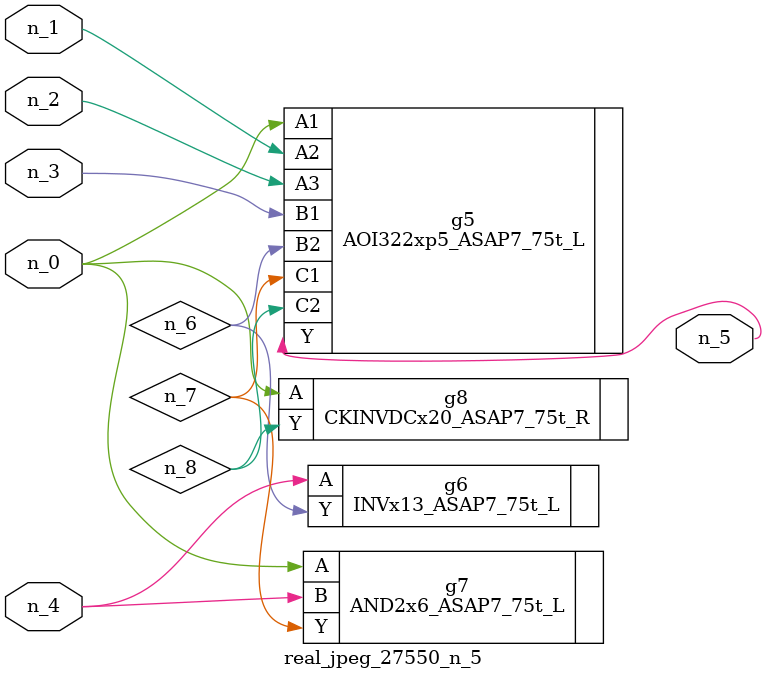
<source format=v>
module real_jpeg_27550_n_5 (n_4, n_0, n_1, n_2, n_3, n_5);

input n_4;
input n_0;
input n_1;
input n_2;
input n_3;

output n_5;

wire n_8;
wire n_6;
wire n_7;

AOI322xp5_ASAP7_75t_L g5 ( 
.A1(n_0),
.A2(n_1),
.A3(n_2),
.B1(n_3),
.B2(n_6),
.C1(n_7),
.C2(n_8),
.Y(n_5)
);

AND2x6_ASAP7_75t_L g7 ( 
.A(n_0),
.B(n_4),
.Y(n_7)
);

CKINVDCx20_ASAP7_75t_R g8 ( 
.A(n_0),
.Y(n_8)
);

INVx13_ASAP7_75t_L g6 ( 
.A(n_4),
.Y(n_6)
);


endmodule
</source>
